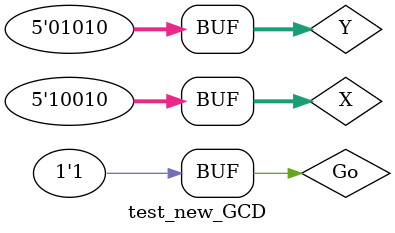
<source format=v>
`timescale 1ns / 1ps


module test_new_GCD;

	// Inputs
	reg [4:0] X;
	reg [4:0] Y;
	reg Go;

	// Outputs
	wire Done;
	wire A;
	wire B;

	// Instantiate the Unit Under Test (UUT)
	next_GCD uut (
		.X(X), 
		.Y(Y), 
		.Go(Go), 
		.Done(Done), 
		.A(A), 
		.B(B)
	);

	initial begin
		// Initialize Inputs
		X = 0;
		Y = 0;
		Go = 0;

		// Wait 100 ns for global reset to finish
		#100;
		
        
		// Add stimulus here

		Go = 0 ; 
		#2 Go = 1 ; 
		
		X = 5'b10010 ; 
		Y = 5'b01010 ; 
		
		$strobe ("A =%d" , A); 
		end
		
	
      
endmodule


</source>
